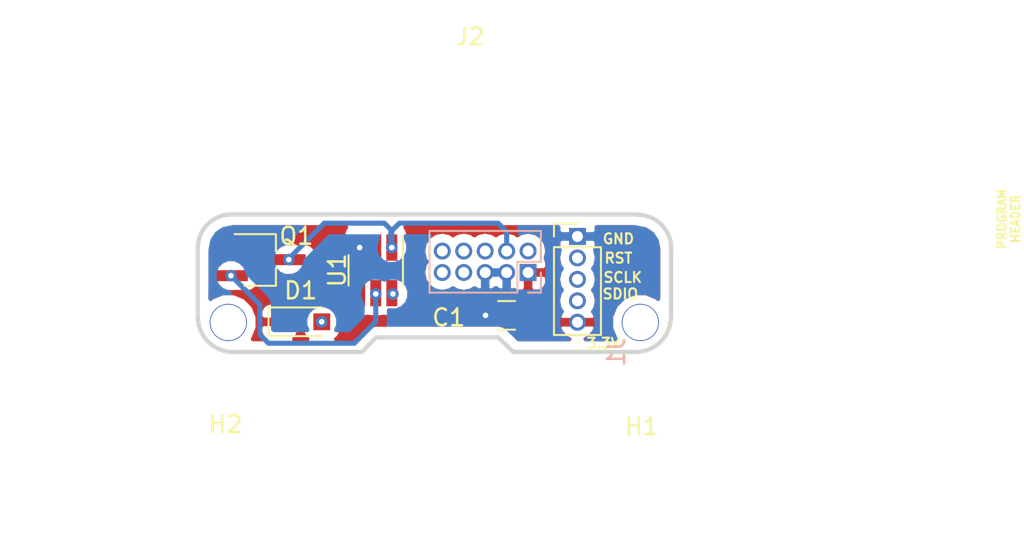
<source format=kicad_pcb>
(kicad_pcb (version 4) (host pcbnew 4.0.5)

  (general
    (links 17)
    (no_connects 0)
    (area 101.180999 80.086199 129.463801 88.493601)
    (thickness 1.6002)
    (drawings 19)
    (tracks 60)
    (zones 0)
    (modules 8)
    (nets 7)
  )

  (page A4)
  (title_block
    (title "PCBPool Template")
    (date "21 December 2014")
    (rev 0.1)
    (company s-light.eu)
  )

  (layers
    (0 F.Cu signal)
    (1 In1.Cu signal)
    (2 In2.Cu signal)
    (31 B.Cu signal)
    (32 B.Adhes user)
    (33 F.Adhes user)
    (34 B.Paste user)
    (35 F.Paste user)
    (36 B.SilkS user)
    (37 F.SilkS user)
    (38 B.Mask user)
    (39 F.Mask user)
    (40 Dwgs.User user)
    (41 Cmts.User user)
    (42 Eco1.User user)
    (43 Eco2.User user)
    (44 Edge.Cuts user)
    (45 Margin user)
    (46 B.CrtYd user)
    (47 F.CrtYd user)
    (48 B.Fab user)
    (49 F.Fab user)
  )

  (setup
    (last_trace_width 0.1524)
    (user_trace_width 0.15)
    (user_trace_width 0.2)
    (user_trace_width 0.254)
    (user_trace_width 0.3)
    (user_trace_width 0.5)
    (user_trace_width 0.75)
    (user_trace_width 1)
    (user_trace_width 2)
    (user_trace_width 0.1524)
    (user_trace_width 0.2)
    (user_trace_width 0.3)
    (user_trace_width 0.4)
    (trace_clearance 0.1524)
    (zone_clearance 0.508)
    (zone_45_only no)
    (trace_min 0.1524)
    (segment_width 0.2)
    (edge_width 0.254)
    (via_size 0.6858)
    (via_drill 0.3302)
    (via_min_size 0.6858)
    (via_min_drill 0.3302)
    (user_via 0.6 0.3)
    (user_via 0.7 0.4)
    (user_via 0.9 0.5)
    (user_via 1 0.6)
    (user_via 1.1 0.7)
    (user_via 1.2 0.8)
    (uvia_size 0.762)
    (uvia_drill 0.508)
    (uvias_allowed no)
    (uvia_min_size 0.508)
    (uvia_min_drill 0.127)
    (pcb_text_width 0.3)
    (pcb_text_size 1.5 1.5)
    (mod_edge_width 0.15)
    (mod_text_size 1 1)
    (mod_text_width 0.15)
    (pad_size 2.2 2.2)
    (pad_drill 2.1)
    (pad_to_mask_clearance 0)
    (solder_mask_min_width 0.1)
    (aux_axis_origin 0 0)
    (grid_origin 50 50)
    (visible_elements 7FFFFFBF)
    (pcbplotparams
      (layerselection 0x010f0_80000007)
      (usegerberextensions true)
      (excludeedgelayer true)
      (linewidth 0.100000)
      (plotframeref false)
      (viasonmask false)
      (mode 1)
      (useauxorigin false)
      (hpglpennumber 1)
      (hpglpenspeed 20)
      (hpglpendiameter 15)
      (hpglpenoverlay 2)
      (psnegative false)
      (psa4output false)
      (plotreference true)
      (plotvalue true)
      (plotinvisibletext false)
      (padsonsilk false)
      (subtractmaskfromsilk false)
      (outputformat 1)
      (mirror false)
      (drillshape 0)
      (scaleselection 1)
      (outputdirectory ""))
  )

  (net 0 "")
  (net 1 RESET)
  (net 2 "SWDIO/+3.3V(REGUL)")
  (net 3 "SWDCLK/+3.3V(BATT)")
  (net 4 "(GND)")
  (net 5 "Net-(Q1-Pad2)")
  (net 6 +3V3)

  (net_class Default "This is the default net class."
    (clearance 0.1524)
    (trace_width 0.1524)
    (via_dia 0.6858)
    (via_drill 0.3302)
    (uvia_dia 0.762)
    (uvia_drill 0.508)
    (add_net "(GND)")
    (add_net +3V3)
    (add_net "Net-(Q1-Pad2)")
    (add_net RESET)
    (add_net "SWDCLK/+3.3V(BATT)")
    (add_net "SWDIO/+3.3V(REGUL)")
  )

  (module Pin_Headers:Pin_Header_Straight_1x05_Pitch1.27mm (layer F.Cu) (tedit 59C82F40) (tstamp 59187350)
    (at 123.787 81.5214)
    (descr "Through hole straight pin header, 1x05, 1.27mm pitch, single row")
    (tags "Through hole pin header THT 1x05 1.27mm single row")
    (path /5918759D)
    (fp_text reference J2 (at -6.35 -11.8364) (layer F.SilkS)
      (effects (font (size 1 1) (thickness 0.15)))
    )
    (fp_text value CONN_01X05 (at -7.366 16.3576) (layer F.Fab)
      (effects (font (size 1 1) (thickness 0.15)))
    )
    (fp_line (start -1.27 -0.635) (end -1.27 5.715) (layer F.Fab) (width 0.1))
    (fp_line (start -1.27 5.715) (end 1.27 5.715) (layer F.Fab) (width 0.1))
    (fp_line (start 1.27 5.715) (end 1.27 -0.635) (layer F.Fab) (width 0.1))
    (fp_line (start 1.27 -0.635) (end -1.27 -0.635) (layer F.Fab) (width 0.1))
    (fp_line (start -1.39 0.635) (end -1.39 5.835) (layer F.SilkS) (width 0.12))
    (fp_line (start -1.39 5.835) (end 1.39 5.835) (layer F.SilkS) (width 0.12))
    (fp_line (start 1.39 5.835) (end 1.39 0.635) (layer F.SilkS) (width 0.12))
    (fp_line (start 1.39 0.635) (end -1.39 0.635) (layer F.SilkS) (width 0.12))
    (fp_line (start -1.39 0) (end -1.39 -0.755) (layer F.SilkS) (width 0.12))
    (fp_line (start -1.39 -0.755) (end 0 -0.755) (layer F.SilkS) (width 0.12))
    (fp_line (start -1.6 -0.9) (end -1.6 6) (layer F.CrtYd) (width 0.05))
    (fp_line (start -1.6 6) (end 1.6 6) (layer F.CrtYd) (width 0.05))
    (fp_line (start 1.6 6) (end 1.6 -0.9) (layer F.CrtYd) (width 0.05))
    (fp_line (start 1.6 -0.9) (end -1.6 -0.9) (layer F.CrtYd) (width 0.05))
    (pad 1 thru_hole rect (at 0 0) (size 1 1) (drill 0.65) (layers *.Cu *.Mask)
      (net 4 "(GND)"))
    (pad 2 thru_hole oval (at 0 1.27) (size 1 1) (drill 0.65) (layers *.Cu *.Mask)
      (net 1 RESET))
    (pad 3 thru_hole oval (at 0 2.54) (size 1 1) (drill 0.65) (layers *.Cu *.Mask)
      (net 3 "SWDCLK/+3.3V(BATT)"))
    (pad 4 thru_hole oval (at 0 3.81) (size 1 1) (drill 0.65) (layers *.Cu *.Mask)
      (net 2 "SWDIO/+3.3V(REGUL)"))
    (pad 5 thru_hole oval (at 0 5.08) (size 1 1) (drill 0.65) (layers *.Cu *.Mask)
      (net 6 +3V3))
    (model Pin_Headers.3dshapes/Pin_Header_Straight_1x05_Pitch1.27mm.wrl
      (at (xyz 0 0 0))
      (scale (xyz 1 1 1))
      (rotate (xyz 0 0 0))
    )
  )

  (module Pin_Headers:Pin_Header_Straight_2x05_Pitch1.27mm (layer B.Cu) (tedit 59C6AE65) (tstamp 59187347)
    (at 120.866 83.655 90)
    (descr "Through hole straight pin header, 2x05, 1.27mm pitch, double rows")
    (tags "Through hole pin header THT 2x05 1.27mm double row")
    (path /59186D7D)
    (fp_text reference J1 (at -4.728533 5.2192 90) (layer B.SilkS)
      (effects (font (size 1 1) (thickness 0.15)) (justify mirror))
    )
    (fp_text value CONN_02X05 (at 2.891467 -9.7668 90) (layer B.Fab)
      (effects (font (size 1 1) (thickness 0.15)) (justify mirror))
    )
    (fp_line (start -1.07 0.635) (end -1.07 -5.715) (layer B.Fab) (width 0.1))
    (fp_line (start -1.07 -5.715) (end 2.34 -5.715) (layer B.Fab) (width 0.1))
    (fp_line (start 2.34 -5.715) (end 2.34 0.635) (layer B.Fab) (width 0.1))
    (fp_line (start 2.34 0.635) (end -1.07 0.635) (layer B.Fab) (width 0.1))
    (fp_line (start -1.19 -0.635) (end -1.19 -5.835) (layer B.SilkS) (width 0.12))
    (fp_line (start -1.19 -5.835) (end 2.46 -5.835) (layer B.SilkS) (width 0.12))
    (fp_line (start 2.46 -5.835) (end 2.46 0.755) (layer B.SilkS) (width 0.12))
    (fp_line (start 2.46 0.755) (end 0.635 0.755) (layer B.SilkS) (width 0.12))
    (fp_line (start 0.635 0.755) (end 0.635 -0.635) (layer B.SilkS) (width 0.12))
    (fp_line (start 0.635 -0.635) (end -1.19 -0.635) (layer B.SilkS) (width 0.12))
    (fp_line (start -1.19 0) (end -1.19 0.755) (layer B.SilkS) (width 0.12))
    (fp_line (start -1.19 0.755) (end 0 0.755) (layer B.SilkS) (width 0.12))
    (fp_line (start -1.4 0.9) (end -1.4 -6) (layer B.CrtYd) (width 0.05))
    (fp_line (start -1.4 -6) (end 2.6 -6) (layer B.CrtYd) (width 0.05))
    (fp_line (start 2.6 -6) (end 2.6 0.9) (layer B.CrtYd) (width 0.05))
    (fp_line (start 2.6 0.9) (end -1.4 0.9) (layer B.CrtYd) (width 0.05))
    (pad 1 thru_hole rect (at 0 0 90) (size 1 1) (drill 0.65) (layers *.Cu *.Mask)
      (net 6 +3V3))
    (pad 2 thru_hole oval (at 1.27 0 90) (size 1 1) (drill 0.65) (layers *.Cu *.Mask)
      (net 2 "SWDIO/+3.3V(REGUL)"))
    (pad 3 thru_hole oval (at 0 -1.27 90) (size 1 1) (drill 0.65) (layers *.Cu *.Mask)
      (net 4 "(GND)"))
    (pad 4 thru_hole oval (at 1.27 -1.27 90) (size 1 1) (drill 0.65) (layers *.Cu *.Mask)
      (net 3 "SWDCLK/+3.3V(BATT)"))
    (pad 5 thru_hole oval (at 0 -2.54 90) (size 1 1) (drill 0.65) (layers *.Cu *.Mask)
      (net 4 "(GND)"))
    (pad 6 thru_hole oval (at 1.27 -2.54 90) (size 1 1) (drill 0.65) (layers *.Cu *.Mask))
    (pad 7 thru_hole oval (at 0 -3.81 90) (size 1 1) (drill 0.65) (layers *.Cu *.Mask))
    (pad 8 thru_hole oval (at 1.27 -3.81 90) (size 1 1) (drill 0.65) (layers *.Cu *.Mask))
    (pad 9 thru_hole oval (at 0 -5.08 90) (size 1 1) (drill 0.65) (layers *.Cu *.Mask))
    (pad 10 thru_hole oval (at 1.27 -5.08 90) (size 1 1) (drill 0.65) (layers *.Cu *.Mask)
      (net 1 RESET))
    (model Pin_Headers.3dshapes/Pin_Header_Straight_2x05_Pitch1.27mm.wrl
      (at (xyz 0 0 0))
      (scale (xyz 1 1 1))
      (rotate (xyz 0 0 0))
    )
  )

  (module Capacitors_SMD:C_0805_HandSoldering (layer F.Cu) (tedit 59C83B4D) (tstamp 59C6B933)
    (at 119.596 86.195)
    (descr "Capacitor SMD 0805, hand soldering")
    (tags "capacitor 0805")
    (path /59C6B7D8)
    (attr smd)
    (fp_text reference C1 (at -3.429 0.127) (layer F.SilkS)
      (effects (font (size 1 1) (thickness 0.15)))
    )
    (fp_text value 10uF (at 10.1346 9.8298) (layer F.Fab)
      (effects (font (size 1 1) (thickness 0.15)))
    )
    (fp_text user %R (at 3.429 12.319) (layer F.Fab)
      (effects (font (size 1 1) (thickness 0.15)))
    )
    (fp_line (start -1 0.62) (end -1 -0.62) (layer F.Fab) (width 0.1))
    (fp_line (start 1 0.62) (end -1 0.62) (layer F.Fab) (width 0.1))
    (fp_line (start 1 -0.62) (end 1 0.62) (layer F.Fab) (width 0.1))
    (fp_line (start -1 -0.62) (end 1 -0.62) (layer F.Fab) (width 0.1))
    (fp_line (start 0.5 -0.85) (end -0.5 -0.85) (layer F.SilkS) (width 0.12))
    (fp_line (start -0.5 0.85) (end 0.5 0.85) (layer F.SilkS) (width 0.12))
    (fp_line (start -2.25 -0.88) (end 2.25 -0.88) (layer F.CrtYd) (width 0.05))
    (fp_line (start -2.25 -0.88) (end -2.25 0.87) (layer F.CrtYd) (width 0.05))
    (fp_line (start 2.25 0.87) (end 2.25 -0.88) (layer F.CrtYd) (width 0.05))
    (fp_line (start 2.25 0.87) (end -2.25 0.87) (layer F.CrtYd) (width 0.05))
    (pad 1 smd rect (at -1.25 0) (size 1.5 1.25) (layers F.Cu F.Paste F.Mask)
      (net 4 "(GND)"))
    (pad 2 smd rect (at 1.25 0) (size 1.5 1.25) (layers F.Cu F.Paste F.Mask)
      (net 6 +3V3))
    (model Capacitors_SMD.3dshapes/C_0805.wrl
      (at (xyz 0 0 0))
      (scale (xyz 1 1 1))
      (rotate (xyz 0 0 0))
    )
  )

  (module Diodes_SMD:D_SOD-323_HandSoldering (layer F.Cu) (tedit 59C81E28) (tstamp 59C6B94A)
    (at 107.404 86.576)
    (descr SOD-323)
    (tags SOD-323)
    (path /59C6B7DA)
    (attr smd)
    (fp_text reference D1 (at 0 -1.85) (layer F.SilkS)
      (effects (font (size 1 1) (thickness 0.15)))
    )
    (fp_text value ZLLS410 (at -14.478 12.2682) (layer F.Fab)
      (effects (font (size 1 1) (thickness 0.15)))
    )
    (fp_line (start -1.9 -0.85) (end -1.9 0.85) (layer F.SilkS) (width 0.12))
    (fp_line (start 0.2 0) (end 0.45 0) (layer F.Fab) (width 0.1))
    (fp_line (start 0.2 0.35) (end -0.3 0) (layer F.Fab) (width 0.1))
    (fp_line (start 0.2 -0.35) (end 0.2 0.35) (layer F.Fab) (width 0.1))
    (fp_line (start -0.3 0) (end 0.2 -0.35) (layer F.Fab) (width 0.1))
    (fp_line (start -0.3 0) (end -0.5 0) (layer F.Fab) (width 0.1))
    (fp_line (start -0.3 -0.35) (end -0.3 0.35) (layer F.Fab) (width 0.1))
    (fp_line (start -0.9 0.7) (end -0.9 -0.7) (layer F.Fab) (width 0.1))
    (fp_line (start 0.9 0.7) (end -0.9 0.7) (layer F.Fab) (width 0.1))
    (fp_line (start 0.9 -0.7) (end 0.9 0.7) (layer F.Fab) (width 0.1))
    (fp_line (start -0.9 -0.7) (end 0.9 -0.7) (layer F.Fab) (width 0.1))
    (fp_line (start -2 -0.95) (end 2 -0.95) (layer F.CrtYd) (width 0.05))
    (fp_line (start 2 -0.95) (end 2 0.95) (layer F.CrtYd) (width 0.05))
    (fp_line (start -2 0.95) (end 2 0.95) (layer F.CrtYd) (width 0.05))
    (fp_line (start -2 -0.95) (end -2 0.95) (layer F.CrtYd) (width 0.05))
    (fp_line (start -1.9 0.85) (end 1.25 0.85) (layer F.SilkS) (width 0.12))
    (fp_line (start -1.9 -0.85) (end 1.25 -0.85) (layer F.SilkS) (width 0.12))
    (pad 1 smd rect (at -1.25 0) (size 1 1) (layers F.Cu F.Paste F.Mask)
      (net 6 +3V3))
    (pad 2 smd rect (at 1.25 0) (size 1 1) (layers F.Cu F.Paste F.Mask)
      (net 2 "SWDIO/+3.3V(REGUL)"))
    (model Diodes_SMD.3dshapes/D_SOD-323.wrl
      (at (xyz 0 0 0))
      (scale (xyz 1 1 1))
      (rotate (xyz 0 0 180))
    )
  )

  (module TO_SOT_Packages_SMD:TSOT-23_HandSoldering (layer F.Cu) (tedit 59C83010) (tstamp 59C6B95E)
    (at 104.991 82.893)
    (descr "5-pin TSOT23 package, http://cds.linear.com/docs/en/packaging/SOT_5_05-08-1635.pdf")
    (tags "TSOT-23 Hand-soldering")
    (path /59C6B7D3)
    (attr smd)
    (fp_text reference Q1 (at 2.159 -1.397) (layer F.SilkS)
      (effects (font (size 1 1) (thickness 0.15)))
    )
    (fp_text value DMP1045U (at 3.429 -12.573) (layer F.Fab)
      (effects (font (size 1 1) (thickness 0.15)))
    )
    (fp_line (start 0.95 0.5) (end 0.95 1.55) (layer F.SilkS) (width 0.12))
    (fp_line (start 0.95 1.55) (end -0.9 1.55) (layer F.SilkS) (width 0.12))
    (fp_line (start 0.95 -1.5) (end 0.95 -0.5) (layer F.SilkS) (width 0.12))
    (fp_line (start 0.93 -1.51) (end -1.5 -1.51) (layer F.SilkS) (width 0.12))
    (fp_line (start -0.88 -1) (end -0.43 -1.45) (layer F.Fab) (width 0.1))
    (fp_line (start 0.88 -1.45) (end -0.43 -1.45) (layer F.Fab) (width 0.1))
    (fp_line (start -0.88 -1) (end -0.88 1.45) (layer F.Fab) (width 0.1))
    (fp_line (start 0.88 1.45) (end -0.88 1.45) (layer F.Fab) (width 0.1))
    (fp_line (start 0.88 -1.45) (end 0.88 1.45) (layer F.Fab) (width 0.1))
    (fp_line (start -2.96 -1.7) (end 2.96 -1.7) (layer F.CrtYd) (width 0.05))
    (fp_line (start -2.96 -1.7) (end -2.96 1.7) (layer F.CrtYd) (width 0.05))
    (fp_line (start 2.96 1.7) (end 2.96 -1.7) (layer F.CrtYd) (width 0.05))
    (fp_line (start 2.96 1.7) (end -2.96 1.7) (layer F.CrtYd) (width 0.05))
    (pad 1 smd rect (at -1.71 -0.95) (size 2 0.65) (layers F.Cu F.Paste F.Mask)
      (net 6 +3V3))
    (pad 2 smd rect (at -1.71 0.95) (size 2 0.65) (layers F.Cu F.Paste F.Mask)
      (net 5 "Net-(Q1-Pad2)"))
    (pad 3 smd rect (at 1.71 0) (size 2 0.65) (layers F.Cu F.Paste F.Mask)
      (net 3 "SWDCLK/+3.3V(BATT)"))
  )

  (module TO_SOT_Packages_SMD:SOT-23-6_Handsoldering (layer F.Cu) (tedit 59C8307F) (tstamp 59C6B973)
    (at 111.849 83.528 270)
    (descr "6-pin SOT-23 package, Handsoldering")
    (tags "SOT-23-6 Handsoldering")
    (path /59C6B7D5)
    (attr smd)
    (fp_text reference U1 (at 0 2.286 270) (layer F.SilkS)
      (effects (font (size 1 1) (thickness 0.15)))
    )
    (fp_text value LTC4412 (at -12.7 -20.193 270) (layer F.Fab)
      (effects (font (size 1 1) (thickness 0.15)))
    )
    (fp_line (start -0.9 1.61) (end 0.9 1.61) (layer F.SilkS) (width 0.12))
    (fp_line (start 0.9 -1.61) (end -2.05 -1.61) (layer F.SilkS) (width 0.12))
    (fp_line (start -2.4 1.8) (end -2.4 -1.8) (layer F.CrtYd) (width 0.05))
    (fp_line (start 2.4 1.8) (end -2.4 1.8) (layer F.CrtYd) (width 0.05))
    (fp_line (start 2.4 -1.8) (end 2.4 1.8) (layer F.CrtYd) (width 0.05))
    (fp_line (start -2.4 -1.8) (end 2.4 -1.8) (layer F.CrtYd) (width 0.05))
    (fp_line (start -0.9 -0.9) (end -0.25 -1.55) (layer F.Fab) (width 0.1))
    (fp_line (start 0.9 -1.55) (end -0.25 -1.55) (layer F.Fab) (width 0.1))
    (fp_line (start -0.9 -0.9) (end -0.9 1.55) (layer F.Fab) (width 0.1))
    (fp_line (start 0.9 1.55) (end -0.9 1.55) (layer F.Fab) (width 0.1))
    (fp_line (start 0.9 -1.55) (end 0.9 1.55) (layer F.Fab) (width 0.1))
    (pad 1 smd rect (at -1.35 -0.95 270) (size 1.56 0.65) (layers F.Cu F.Paste F.Mask)
      (net 3 "SWDCLK/+3.3V(BATT)"))
    (pad 2 smd rect (at -1.35 0 270) (size 1.56 0.65) (layers F.Cu F.Paste F.Mask)
      (net 4 "(GND)"))
    (pad 3 smd rect (at -1.35 0.95 270) (size 1.56 0.65) (layers F.Cu F.Paste F.Mask)
      (net 4 "(GND)"))
    (pad 4 smd rect (at 1.35 0.95 270) (size 1.56 0.65) (layers F.Cu F.Paste F.Mask))
    (pad 6 smd rect (at 1.35 -0.95 270) (size 1.56 0.65) (layers F.Cu F.Paste F.Mask)
      (net 2 "SWDIO/+3.3V(REGUL)"))
    (pad 5 smd rect (at 1.35 0 270) (size 1.56 0.65) (layers F.Cu F.Paste F.Mask)
      (net 5 "Net-(Q1-Pad2)"))
    (model TO_SOT_Packages_SMD.3dshapes/SOT-23-6.wrl
      (at (xyz 0 0 0))
      (scale (xyz 1 1 1))
      (rotate (xyz 0 0 0))
    )
  )

  (module my-fp-library:MH2.1mm (layer F.Cu) (tedit 59C83E92) (tstamp 59C83E2E)
    (at 127.597 86.576)
    (path /59C82B2C)
    (fp_text reference H1 (at 0 6.2) (layer F.SilkS)
      (effects (font (size 1 1) (thickness 0.15)))
    )
    (fp_text value MH2mm (at 11.811 -16.256) (layer F.Fab)
      (effects (font (size 1 1) (thickness 0.15)))
    )
    (pad 1 thru_hole circle (at -0.089 0.038) (size 2.2 2.2) (drill 2.1) (layers *.Cu *.Mask))
  )

  (module my-fp-library:MH2.1mm (layer F.Cu) (tedit 59C83E8F) (tstamp 59C83E32)
    (at 102.959 86.449)
    (path /59C82B4C)
    (fp_text reference H2 (at 0 6.2) (layer F.SilkS)
      (effects (font (size 1 1) (thickness 0.15)))
    )
    (fp_text value MH2mm (at -5.588 -16.002) (layer F.Fab)
      (effects (font (size 1 1) (thickness 0.15)))
    )
    (pad 1 thru_hole circle (at 0.165 0.165) (size 2.2 2.2) (drill 2.1) (layers *.Cu *.Mask))
  )

  (gr_line (start 129.3242 86.322) (end 129.2988 86.322) (angle 90) (layer Edge.Cuts) (width 0.254))
  (gr_line (start 129.3242 82.2072) (end 129.3242 86.322) (angle 90) (layer Edge.Cuts) (width 0.254))
  (gr_line (start 101.308 82.1564) (end 101.308 86.322) (angle 90) (layer Edge.Cuts) (width 0.254))
  (gr_text "PROGRAM\nHEADER" (at 149.314 80.48 90) (layer F.SilkS)
    (effects (font (size 0.5 0.5) (thickness 0.125)))
  )
  (gr_arc (start 103.4034 86.2838) (end 103.378 88.3666) (angle 89.30130562) (layer Edge.Cuts) (width 0.254))
  (gr_arc (start 127.25654 86.30158) (end 129.3114 86.31936) (angle 88.09506312) (layer Edge.Cuts) (width 0.254))
  (gr_arc (start 127.3556 82.2198) (end 127.3556 80.2386) (angle 90) (layer Edge.Cuts) (width 0.254))
  (gr_arc (start 103.3018 82.1944) (end 101.3206 82.1944) (angle 90) (layer Edge.Cuts) (width 0.254))
  (gr_line (start 120.015 88.3666) (end 127.30734 88.3666) (angle 90) (layer Edge.Cuts) (width 0.254))
  (gr_line (start 119.1006 87.503) (end 119.9896 88.356) (angle 90) (layer Edge.Cuts) (width 0.254))
  (gr_line (start 111.887 87.503) (end 119.1006 87.503) (angle 90) (layer Edge.Cuts) (width 0.254))
  (gr_line (start 111.0361 88.356) (end 111.8616 87.503) (angle 90) (layer Edge.Cuts) (width 0.254))
  (gr_line (start 103.378 88.3666) (end 111.0234 88.3666) (angle 90) (layer Edge.Cuts) (width 0.254))
  (gr_text 3.3V (at 125.311 87.846) (layer F.SilkS)
    (effects (font (size 0.6 0.6) (thickness 0.125)))
  )
  (gr_text SDIO (at 126.327 84.925) (layer F.SilkS)
    (effects (font (size 0.6 0.6) (thickness 0.125)))
  )
  (gr_text SCLK (at 126.4666 83.947) (layer F.SilkS)
    (effects (font (size 0.6 0.6) (thickness 0.125)))
  )
  (gr_text RST (at 126.2126 82.804) (layer F.SilkS)
    (effects (font (size 0.6 0.6) (thickness 0.125)))
  )
  (gr_text GND (at 126.2126 81.661) (layer F.SilkS)
    (effects (font (size 0.6 0.6) (thickness 0.125)))
  )
  (gr_line (start 103.378 80.2132) (end 127.4064 80.2132) (angle 90) (layer Edge.Cuts) (width 0.254))

  (segment (start 123.787 82.7914) (end 123.5584 82.7914) (width 0.3) (layer In2.Cu) (net 1))
  (segment (start 123.5584 82.7914) (end 121.628 80.861) (width 0.3) (layer In2.Cu) (net 1) (tstamp 59C82E33))
  (segment (start 121.628 80.861) (end 116.294 80.861) (width 0.3) (layer In2.Cu) (net 1) (tstamp 59C82E3C))
  (segment (start 116.294 80.861) (end 115.786 81.369) (width 0.3) (layer In2.Cu) (net 1) (tstamp 59C82E41))
  (segment (start 115.786 81.369) (end 115.786 82.385) (width 0.3) (layer In2.Cu) (net 1) (tstamp 59C82E46))
  (segment (start 123.787 85.3314) (end 113.2714 85.3314) (width 0.3) (layer In2.Cu) (net 2))
  (segment (start 113.2714 85.3314) (end 112.865 84.925) (width 0.3) (layer In2.Cu) (net 2) (tstamp 59C82EE7))
  (segment (start 112.865 84.925) (end 112.865 83.274) (width 0.3) (layer In1.Cu) (net 2))
  (segment (start 120.866 81.496) (end 120.866 82.385) (width 0.3) (layer In1.Cu) (net 2) (tstamp 59C82E01))
  (segment (start 120.231 80.861) (end 120.866 81.496) (width 0.3) (layer In1.Cu) (net 2) (tstamp 59C82DFE))
  (segment (start 114.389 80.861) (end 120.231 80.861) (width 0.3) (layer In1.Cu) (net 2) (tstamp 59C82DFA))
  (segment (start 113.881 81.369) (end 114.389 80.861) (width 0.3) (layer In1.Cu) (net 2) (tstamp 59C82DF8))
  (segment (start 113.881 82.258) (end 113.881 81.369) (width 0.3) (layer In1.Cu) (net 2) (tstamp 59C82DF4))
  (segment (start 112.865 83.274) (end 113.881 82.258) (width 0.3) (layer In1.Cu) (net 2) (tstamp 59C82DE9))
  (via (at 108.654 86.576) (size 0.6858) (drill 0.3302) (layers F.Cu B.Cu) (net 2))
  (segment (start 112.818 84.878) (end 112.865 84.925) (width 0.3) (layer F.Cu) (net 2) (tstamp 59C82DDA))
  (via (at 112.865 84.925) (size 0.6858) (drill 0.3302) (layers F.Cu B.Cu) (net 2))
  (segment (start 112.865 85.687) (end 112.865 84.925) (width 0.3) (layer In1.Cu) (net 2) (tstamp 59C82DCC))
  (segment (start 112.103 86.449) (end 112.865 85.687) (width 0.3) (layer In1.Cu) (net 2) (tstamp 59C82DCA))
  (segment (start 108.801 86.449) (end 112.103 86.449) (width 0.3) (layer In1.Cu) (net 2) (tstamp 59C82DC4))
  (segment (start 108.674 86.576) (end 108.801 86.449) (width 0.3) (layer In1.Cu) (net 2) (tstamp 59C82DC3))
  (segment (start 108.674 86.576) (end 108.654 86.576) (width 0.3) (layer In1.Cu) (net 2) (tstamp 59C82DC2))
  (segment (start 112.818 84.878) (end 112.799 84.878) (width 0.3) (layer F.Cu) (net 2) (tstamp 59C82DDB))
  (segment (start 119.596 82.385) (end 119.596 81.877) (width 0.3) (layer In2.Cu) (net 3))
  (segment (start 122.9234 84.0614) (end 123.787 84.0614) (width 0.3) (layer In2.Cu) (net 3) (tstamp 59C82F14))
  (segment (start 122.517 83.655) (end 122.9234 84.0614) (width 0.3) (layer In2.Cu) (net 3) (tstamp 59C82F12))
  (segment (start 122.517 82.639) (end 122.517 83.655) (width 0.3) (layer In2.Cu) (net 3) (tstamp 59C82F10))
  (segment (start 121.374 81.496) (end 122.517 82.639) (width 0.3) (layer In2.Cu) (net 3) (tstamp 59C82F09))
  (segment (start 119.977 81.496) (end 121.374 81.496) (width 0.3) (layer In2.Cu) (net 3) (tstamp 59C82F05))
  (segment (start 119.596 81.877) (end 119.977 81.496) (width 0.3) (layer In2.Cu) (net 3) (tstamp 59C82EFB))
  (segment (start 112.799 82.178) (end 112.799 81.181) (width 0.3) (layer B.Cu) (net 3))
  (segment (start 112.752 82.131) (end 112.799 82.178) (width 0.3) (layer B.Cu) (net 3) (tstamp 59C82C52))
  (segment (start 112.752 82.131) (end 112.738 82.131) (width 0.3) (layer B.Cu) (net 3) (tstamp 59C82C53))
  (via (at 106.701 82.893) (size 0.6858) (drill 0.3302) (layers F.Cu B.Cu) (net 3))
  (segment (start 112.738 82.131) (end 112.738 81.115) (width 0.3) (layer B.Cu) (net 3) (tstamp 59C82C0E))
  (segment (start 112.357 80.734) (end 112.738 81.115) (width 0.3) (layer B.Cu) (net 3) (tstamp 59C82C0D))
  (segment (start 108.801 80.734) (end 112.357 80.734) (width 0.3) (layer B.Cu) (net 3) (tstamp 59C82BFA))
  (segment (start 106.642 82.893) (end 108.801 80.734) (width 0.3) (layer B.Cu) (net 3) (tstamp 59C82BF9))
  (segment (start 106.701 82.893) (end 106.642 82.893) (width 0.3) (layer B.Cu) (net 3) (tstamp 59C82BF8))
  (via (at 112.799 82.178) (size 0.6858) (drill 0.3302) (layers F.Cu B.Cu) (net 3))
  (segment (start 119.596 81.242) (end 119.596 82.385) (width 0.3) (layer B.Cu) (net 3) (tstamp 59C82CFA))
  (segment (start 119.088 80.734) (end 119.596 81.242) (width 0.3) (layer B.Cu) (net 3) (tstamp 59C82CF6))
  (segment (start 113.246 80.734) (end 119.088 80.734) (width 0.3) (layer B.Cu) (net 3) (tstamp 59C82CF0))
  (segment (start 112.799 81.181) (end 113.246 80.734) (width 0.3) (layer B.Cu) (net 3) (tstamp 59C82CED))
  (segment (start 123.787 84.0614) (end 123.6854 84.0614) (width 0.3) (layer B.Cu) (net 3))
  (segment (start 110.899 82.178) (end 111.849 82.178) (width 0.3) (layer F.Cu) (net 4))
  (via (at 110.899 82.178) (size 0.6858) (drill 0.3302) (layers F.Cu B.Cu) (net 4))
  (segment (start 110.96 82.131) (end 110.946 82.131) (width 0.3) (layer B.Cu) (net 4) (tstamp 59C82BAC))
  (segment (start 110.946 82.131) (end 110.899 82.178) (width 0.3) (layer B.Cu) (net 4) (tstamp 59C82BAB))
  (via (at 118.346 86.195) (size 0.6858) (drill 0.3302) (layers F.Cu B.Cu) (net 4))
  (segment (start 118.346 86.195) (end 118.326 86.195) (width 0.1524) (layer B.Cu) (net 4) (tstamp 59C82B68))
  (via (at 103.281 83.843) (size 0.6858) (drill 0.3302) (layers F.Cu B.Cu) (net 5))
  (segment (start 111.849 84.878) (end 111.849 84.925) (width 0.3) (layer F.Cu) (net 5) (tstamp 59C82CA8))
  (via (at 111.849 84.925) (size 0.6858) (drill 0.3302) (layers F.Cu B.Cu) (net 5))
  (segment (start 111.849 86.576) (end 111.849 84.925) (width 0.3) (layer B.Cu) (net 5) (tstamp 59C82CA1))
  (segment (start 110.579 87.846) (end 111.849 86.576) (width 0.3) (layer B.Cu) (net 5) (tstamp 59C82C9B))
  (segment (start 105.499 87.846) (end 110.579 87.846) (width 0.3) (layer B.Cu) (net 5) (tstamp 59C82C95))
  (segment (start 104.991 87.338) (end 105.499 87.846) (width 0.3) (layer B.Cu) (net 5) (tstamp 59C82C92))
  (segment (start 104.991 85.553) (end 104.991 87.338) (width 0.3) (layer B.Cu) (net 5) (tstamp 59C82C8B))
  (segment (start 104.991 85.553) (end 103.281 83.843) (width 0.3) (layer B.Cu) (net 5) (tstamp 59C82C8A))

  (zone (net 4) (net_name "(GND)") (layer B.Cu) (tstamp 59C81F89) (hatch edge 0.508)
    (connect_pads (clearance 0.508))
    (min_thickness 0.254)
    (fill yes (arc_segments 16) (thermal_gap 0.508) (thermal_bridge_width 0.508))
    (polygon
      (pts
        (xy 136.741 72.86) (xy 136.741 73.241) (xy 137.376 73.241) (xy 137.376 95.593) (xy 136.741 95.593)
        (xy 136.741 96.228) (xy 93.815 96.228) (xy 93.815 72.733)
      )
    )
    (filled_polygon
      (pts
        (xy 103.378 80.9752) (xy 107.449642 80.9752) (xy 106.509909 81.914933) (xy 106.507337 81.914931) (xy 106.147788 82.063493)
        (xy 105.87246 82.338341) (xy 105.72327 82.69763) (xy 105.722931 83.086663) (xy 105.871493 83.446212) (xy 106.146341 83.72154)
        (xy 106.50563 83.87073) (xy 106.894663 83.871069) (xy 107.254212 83.722507) (xy 107.52954 83.447659) (xy 107.67873 83.08837)
        (xy 107.678836 82.966322) (xy 109.126158 81.519) (xy 111.953 81.519) (xy 111.953 81.665389) (xy 111.82127 81.98263)
        (xy 111.820931 82.371663) (xy 111.969493 82.731212) (xy 112.244341 83.00654) (xy 112.60363 83.15573) (xy 112.992663 83.156069)
        (xy 113.352212 83.007507) (xy 113.62754 82.732659) (xy 113.77673 82.37337) (xy 113.777069 81.984337) (xy 113.628507 81.624788)
        (xy 113.584 81.580203) (xy 113.584 81.519) (xy 115.045091 81.519) (xy 114.983434 81.560198) (xy 114.737397 81.928418)
        (xy 114.651 82.362764) (xy 114.651 82.407236) (xy 114.737397 82.841582) (xy 114.856612 83.02) (xy 114.737397 83.198418)
        (xy 114.651 83.632764) (xy 114.651 83.677236) (xy 114.737397 84.111582) (xy 114.983434 84.479802) (xy 115.351654 84.725839)
        (xy 115.786 84.812236) (xy 116.220346 84.725839) (xy 116.421 84.591766) (xy 116.621654 84.725839) (xy 117.056 84.812236)
        (xy 117.490346 84.725839) (xy 117.700304 84.585549) (xy 117.765791 84.642127) (xy 118.024126 84.749119) (xy 118.199 84.622954)
        (xy 118.199 83.782) (xy 118.453 83.782) (xy 118.453 84.622954) (xy 118.627874 84.749119) (xy 118.886209 84.642127)
        (xy 118.961 84.577511) (xy 119.035791 84.642127) (xy 119.294126 84.749119) (xy 119.469 84.622954) (xy 119.469 83.782)
        (xy 118.453 83.782) (xy 118.199 83.782) (xy 118.179 83.782) (xy 118.179 83.737564) (xy 118.191 83.677236)
        (xy 118.191 83.632764) (xy 118.179 83.572436) (xy 118.179 83.528) (xy 118.199 83.528) (xy 118.199 83.516974)
        (xy 118.326 83.542236) (xy 118.453 83.516974) (xy 118.453 83.528) (xy 119.469 83.528) (xy 119.469 83.516974)
        (xy 119.596 83.542236) (xy 119.71856 83.517857) (xy 119.71856 84.155) (xy 119.723 84.178597) (xy 119.723 84.622954)
        (xy 119.897874 84.749119) (xy 120.030398 84.694233) (xy 120.11411 84.751431) (xy 120.366 84.80244) (xy 121.366 84.80244)
        (xy 121.601317 84.758162) (xy 121.817441 84.61909) (xy 121.962431 84.40689) (xy 122.01344 84.155) (xy 122.01344 83.155)
        (xy 121.969162 82.919683) (xy 121.915619 82.836475) (xy 122.001 82.407236) (xy 122.001 82.362764) (xy 121.914603 81.928418)
        (xy 121.668566 81.560198) (xy 121.300346 81.314161) (xy 120.866 81.227764) (xy 120.431654 81.314161) (xy 120.381 81.348007)
        (xy 120.381 81.242) (xy 120.32793 80.9752) (xy 122.652 80.9752) (xy 122.652 81.23565) (xy 122.81075 81.3944)
        (xy 123.66 81.3944) (xy 123.66 81.3744) (xy 123.914 81.3744) (xy 123.914 81.3944) (xy 124.76325 81.3944)
        (xy 124.922 81.23565) (xy 124.922 80.9752) (xy 127.180969 80.9752) (xy 127.206941 80.985958) (xy 127.816454 81.107198)
        (xy 128.207149 81.368251) (xy 128.468202 81.758946) (xy 128.5622 82.231505) (xy 128.5622 85.214237) (xy 128.492082 85.143996)
        (xy 127.854627 84.879301) (xy 127.164401 84.878699) (xy 126.526485 85.142281) (xy 126.037996 85.629918) (xy 125.773301 86.267373)
        (xy 125.772699 86.957599) (xy 126.036281 87.595515) (xy 126.04535 87.6046) (xy 124.311532 87.6046) (xy 124.611802 87.403966)
        (xy 124.857839 87.035746) (xy 124.944236 86.6014) (xy 124.857839 86.167054) (xy 124.723766 85.9664) (xy 124.857839 85.765746)
        (xy 124.944236 85.3314) (xy 124.857839 84.897054) (xy 124.723766 84.6964) (xy 124.857839 84.495746) (xy 124.944236 84.0614)
        (xy 124.857839 83.627054) (xy 124.723766 83.4264) (xy 124.857839 83.225746) (xy 124.944236 82.7914) (xy 124.857839 82.357054)
        (xy 124.843917 82.336218) (xy 124.922 82.14771) (xy 124.922 81.80715) (xy 124.76325 81.6484) (xy 123.914 81.6484)
        (xy 123.914 81.6684) (xy 123.869564 81.6684) (xy 123.809236 81.6564) (xy 123.764764 81.6564) (xy 123.704436 81.6684)
        (xy 123.66 81.6684) (xy 123.66 81.6484) (xy 122.81075 81.6484) (xy 122.652 81.80715) (xy 122.652 82.14771)
        (xy 122.730083 82.336218) (xy 122.716161 82.357054) (xy 122.629764 82.7914) (xy 122.716161 83.225746) (xy 122.850234 83.4264)
        (xy 122.716161 83.627054) (xy 122.629764 84.0614) (xy 122.716161 84.495746) (xy 122.850234 84.6964) (xy 122.716161 84.897054)
        (xy 122.629764 85.3314) (xy 122.716161 85.765746) (xy 122.850234 85.9664) (xy 122.716161 86.167054) (xy 122.629764 86.6014)
        (xy 122.716161 87.035746) (xy 122.962198 87.403966) (xy 123.262468 87.6046) (xy 120.307094 87.6046) (xy 119.628168 86.953167)
        (xy 119.509374 86.877294) (xy 119.392205 86.799004) (xy 119.384349 86.797441) (xy 119.377597 86.793129) (xy 119.23883 86.768496)
        (xy 119.1006 86.741) (xy 112.601179 86.741) (xy 112.634 86.576) (xy 112.634 85.887935) (xy 112.66963 85.90273)
        (xy 113.058663 85.903069) (xy 113.418212 85.754507) (xy 113.69354 85.479659) (xy 113.84273 85.12037) (xy 113.843069 84.731337)
        (xy 113.694507 84.371788) (xy 113.419659 84.09646) (xy 113.06037 83.94727) (xy 112.671337 83.946931) (xy 112.35667 84.076948)
        (xy 112.04437 83.94727) (xy 111.655337 83.946931) (xy 111.295788 84.095493) (xy 111.02046 84.370341) (xy 110.87127 84.72963)
        (xy 110.870931 85.118663) (xy 111.019493 85.478212) (xy 111.064 85.522797) (xy 111.064 86.250842) (xy 110.253842 87.061)
        (xy 109.511465 87.061) (xy 109.63173 86.77137) (xy 109.632069 86.382337) (xy 109.483507 86.022788) (xy 109.208659 85.74746)
        (xy 108.84937 85.59827) (xy 108.460337 85.597931) (xy 108.100788 85.746493) (xy 107.82546 86.021341) (xy 107.67627 86.38063)
        (xy 107.675931 86.769663) (xy 107.796308 87.061) (xy 105.824157 87.061) (xy 105.776 87.012842) (xy 105.776 85.553)
        (xy 105.716245 85.252594) (xy 105.716245 85.252593) (xy 105.546079 84.997921) (xy 104.259015 83.710857) (xy 104.259069 83.649337)
        (xy 104.110507 83.289788) (xy 103.835659 83.01446) (xy 103.47637 82.86527) (xy 103.087337 82.864931) (xy 102.727788 83.013493)
        (xy 102.45246 83.288341) (xy 102.30327 83.64763) (xy 102.302931 84.036663) (xy 102.451493 84.396212) (xy 102.726341 84.67154)
        (xy 103.08563 84.82073) (xy 103.148627 84.820785) (xy 103.206913 84.879071) (xy 102.780401 84.878699) (xy 102.142485 85.142281)
        (xy 102.07 85.21464) (xy 102.07 82.332793) (xy 102.189198 81.733546) (xy 102.450251 81.342851) (xy 102.840946 81.081798)
        (xy 103.377425 80.975086)
      )
    )
  )
  (zone (net 6) (net_name +3V3) (layer F.Cu) (tstamp 59C8217C) (hatch edge 0.508)
    (connect_pads (clearance 0.508))
    (min_thickness 0.254)
    (fill yes (arc_segments 16) (thermal_gap 0.508) (thermal_bridge_width 0.508))
    (polygon
      (pts
        (xy 98.006 77.305) (xy 132.931 77.305) (xy 132.931 92.037) (xy 98.006 92.037)
      )
    )
    (filled_polygon
      (pts
        (xy 103.378 80.9752) (xy 110.094347 80.9752) (xy 109.977569 81.14611) (xy 109.92656 81.398) (xy 109.92656 81.96989)
        (xy 109.92127 81.98263) (xy 109.920931 82.371663) (xy 109.92656 82.385286) (xy 109.92656 82.958) (xy 109.970838 83.193317)
        (xy 110.10991 83.409441) (xy 110.285232 83.529233) (xy 110.122559 83.63391) (xy 109.977569 83.84611) (xy 109.92656 84.098)
        (xy 109.92656 85.658) (xy 109.970838 85.893317) (xy 110.10991 86.109441) (xy 110.32211 86.254431) (xy 110.574 86.30544)
        (xy 111.224 86.30544) (xy 111.379507 86.276179) (xy 111.524 86.30544) (xy 112.174 86.30544) (xy 112.329507 86.276179)
        (xy 112.474 86.30544) (xy 113.124 86.30544) (xy 113.359317 86.261162) (xy 113.575441 86.12209) (xy 113.720431 85.90989)
        (xy 113.77144 85.658) (xy 113.77144 85.292055) (xy 113.84273 85.12037) (xy 113.843069 84.731337) (xy 113.77144 84.557981)
        (xy 113.77144 84.098) (xy 113.727162 83.862683) (xy 113.58809 83.646559) (xy 113.412768 83.526767) (xy 113.575441 83.42209)
        (xy 113.720431 83.20989) (xy 113.77144 82.958) (xy 113.77144 82.38611) (xy 113.77673 82.37337) (xy 113.776739 82.362764)
        (xy 114.651 82.362764) (xy 114.651 82.407236) (xy 114.737397 82.841582) (xy 114.856612 83.02) (xy 114.737397 83.198418)
        (xy 114.651 83.632764) (xy 114.651 83.677236) (xy 114.737397 84.111582) (xy 114.983434 84.479802) (xy 115.351654 84.725839)
        (xy 115.786 84.812236) (xy 116.220346 84.725839) (xy 116.421 84.591766) (xy 116.621654 84.725839) (xy 117.056 84.812236)
        (xy 117.490346 84.725839) (xy 117.691 84.591766) (xy 117.891654 84.725839) (xy 118.326 84.812236) (xy 118.760346 84.725839)
        (xy 118.961 84.591766) (xy 119.161654 84.725839) (xy 119.596 84.812236) (xy 120.030346 84.725839) (xy 120.051182 84.711917)
        (xy 120.23969 84.79) (xy 120.58025 84.79) (xy 120.739 84.63125) (xy 120.739 83.782) (xy 120.993 83.782)
        (xy 120.993 84.63125) (xy 121.15175 84.79) (xy 121.49231 84.79) (xy 121.725699 84.693327) (xy 121.904327 84.514698)
        (xy 122.001 84.281309) (xy 122.001 83.94075) (xy 121.84225 83.782) (xy 120.993 83.782) (xy 120.739 83.782)
        (xy 120.719 83.782) (xy 120.719 83.737564) (xy 120.731 83.677236) (xy 120.731 83.632764) (xy 120.719 83.572436)
        (xy 120.719 83.528) (xy 120.739 83.528) (xy 120.739 83.516974) (xy 120.866 83.542236) (xy 120.993 83.516974)
        (xy 120.993 83.528) (xy 121.84225 83.528) (xy 122.001 83.36925) (xy 122.001 83.028691) (xy 121.917488 82.827076)
        (xy 122.001 82.407236) (xy 122.001 82.362764) (xy 121.914603 81.928418) (xy 121.668566 81.560198) (xy 121.300346 81.314161)
        (xy 120.866 81.227764) (xy 120.431654 81.314161) (xy 120.231 81.448234) (xy 120.030346 81.314161) (xy 119.596 81.227764)
        (xy 119.161654 81.314161) (xy 118.961 81.448234) (xy 118.760346 81.314161) (xy 118.326 81.227764) (xy 117.891654 81.314161)
        (xy 117.691 81.448234) (xy 117.490346 81.314161) (xy 117.056 81.227764) (xy 116.621654 81.314161) (xy 116.421 81.448234)
        (xy 116.220346 81.314161) (xy 115.786 81.227764) (xy 115.351654 81.314161) (xy 114.983434 81.560198) (xy 114.737397 81.928418)
        (xy 114.651 82.362764) (xy 113.776739 82.362764) (xy 113.777069 81.984337) (xy 113.77144 81.970714) (xy 113.77144 81.398)
        (xy 113.727162 81.162683) (xy 113.60652 80.9752) (xy 122.648916 80.9752) (xy 122.63956 81.0214) (xy 122.63956 82.0214)
        (xy 122.683838 82.256717) (xy 122.732586 82.332473) (xy 122.716161 82.357054) (xy 122.629764 82.7914) (xy 122.716161 83.225746)
        (xy 122.850234 83.4264) (xy 122.716161 83.627054) (xy 122.629764 84.0614) (xy 122.716161 84.495746) (xy 122.850234 84.6964)
        (xy 122.716161 84.897054) (xy 122.629764 85.3314) (xy 122.716161 85.765746) (xy 122.856451 85.975704) (xy 122.799873 86.041191)
        (xy 122.692881 86.299526) (xy 122.819046 86.4744) (xy 123.66 86.4744) (xy 123.66 86.4544) (xy 123.704436 86.4544)
        (xy 123.764764 86.4664) (xy 123.809236 86.4664) (xy 123.869564 86.4544) (xy 123.914 86.4544) (xy 123.914 86.4744)
        (xy 124.754954 86.4744) (xy 124.881119 86.299526) (xy 124.774127 86.041191) (xy 124.717549 85.975704) (xy 124.857839 85.765746)
        (xy 124.944236 85.3314) (xy 124.857839 84.897054) (xy 124.723766 84.6964) (xy 124.857839 84.495746) (xy 124.944236 84.0614)
        (xy 124.857839 83.627054) (xy 124.723766 83.4264) (xy 124.857839 83.225746) (xy 124.944236 82.7914) (xy 124.857839 82.357054)
        (xy 124.842195 82.333641) (xy 124.883431 82.27329) (xy 124.93444 82.0214) (xy 124.93444 81.0214) (xy 124.925747 80.9752)
        (xy 127.180969 80.9752) (xy 127.206941 80.985958) (xy 127.816454 81.107198) (xy 128.207149 81.368251) (xy 128.468202 81.758946)
        (xy 128.5622 82.231505) (xy 128.5622 85.214237) (xy 128.492082 85.143996) (xy 127.854627 84.879301) (xy 127.164401 84.878699)
        (xy 126.526485 85.142281) (xy 126.037996 85.629918) (xy 125.773301 86.267373) (xy 125.772699 86.957599) (xy 126.036281 87.595515)
        (xy 126.04535 87.6046) (xy 124.269876 87.6046) (xy 124.484604 87.496723) (xy 124.774127 87.161609) (xy 124.881119 86.903274)
        (xy 124.754954 86.7284) (xy 123.914 86.7284) (xy 123.914 86.7484) (xy 123.66 86.7484) (xy 123.66 86.7284)
        (xy 122.819046 86.7284) (xy 122.692881 86.903274) (xy 122.799873 87.161609) (xy 123.089396 87.496723) (xy 123.304124 87.6046)
        (xy 120.307094 87.6046) (xy 120.15118 87.455) (xy 120.56025 87.455) (xy 120.719 87.29625) (xy 120.719 86.322)
        (xy 120.973 86.322) (xy 120.973 87.29625) (xy 121.13175 87.455) (xy 121.722309 87.455) (xy 121.955698 87.358327)
        (xy 122.134327 87.179699) (xy 122.231 86.94631) (xy 122.231 86.48075) (xy 122.07225 86.322) (xy 120.973 86.322)
        (xy 120.719 86.322) (xy 120.699 86.322) (xy 120.699 86.068) (xy 120.719 86.068) (xy 120.719 85.09375)
        (xy 120.973 85.09375) (xy 120.973 86.068) (xy 122.07225 86.068) (xy 122.231 85.90925) (xy 122.231 85.44369)
        (xy 122.134327 85.210301) (xy 121.955698 85.031673) (xy 121.722309 84.935) (xy 121.13175 84.935) (xy 120.973 85.09375)
        (xy 120.719 85.09375) (xy 120.56025 84.935) (xy 119.969691 84.935) (xy 119.736302 85.031673) (xy 119.595064 85.17291)
        (xy 119.56009 85.118559) (xy 119.34789 84.973569) (xy 119.096 84.92256) (xy 117.596 84.92256) (xy 117.360683 84.966838)
        (xy 117.144559 85.10591) (xy 116.999569 85.31811) (xy 116.94856 85.57) (xy 116.94856 86.741) (xy 111.887 86.741)
        (xy 111.868633 86.744654) (xy 111.849117 86.741103) (xy 111.558502 86.803875) (xy 111.31403 86.973084) (xy 110.702874 87.6046)
        (xy 109.50519 87.6046) (xy 109.605441 87.54009) (xy 109.750431 87.32789) (xy 109.80144 87.076) (xy 109.80144 86.076)
        (xy 109.757162 85.840683) (xy 109.61809 85.624559) (xy 109.40589 85.479569) (xy 109.154 85.42856) (xy 108.154 85.42856)
        (xy 107.918683 85.472838) (xy 107.702559 85.61191) (xy 107.557569 85.82411) (xy 107.50656 86.076) (xy 107.50656 87.076)
        (xy 107.550838 87.311317) (xy 107.68991 87.527441) (xy 107.802836 87.6046) (xy 107.023425 87.6046) (xy 107.192327 87.435699)
        (xy 107.289 87.20231) (xy 107.289 86.86175) (xy 107.13025 86.703) (xy 106.281 86.703) (xy 106.281 86.723)
        (xy 106.027 86.723) (xy 106.027 86.703) (xy 105.17775 86.703) (xy 105.019 86.86175) (xy 105.019 87.20231)
        (xy 105.115673 87.435699) (xy 105.284575 87.6046) (xy 104.587475 87.6046) (xy 104.594004 87.598082) (xy 104.858699 86.960627)
        (xy 104.859301 86.270401) (xy 104.726786 85.94969) (xy 105.019 85.94969) (xy 105.019 86.29025) (xy 105.17775 86.449)
        (xy 106.027 86.449) (xy 106.027 85.59975) (xy 106.281 85.59975) (xy 106.281 86.449) (xy 107.13025 86.449)
        (xy 107.289 86.29025) (xy 107.289 85.94969) (xy 107.192327 85.716301) (xy 107.013698 85.537673) (xy 106.780309 85.441)
        (xy 106.43975 85.441) (xy 106.281 85.59975) (xy 106.027 85.59975) (xy 105.86825 85.441) (xy 105.527691 85.441)
        (xy 105.294302 85.537673) (xy 105.115673 85.716301) (xy 105.019 85.94969) (xy 104.726786 85.94969) (xy 104.595719 85.632485)
        (xy 104.108082 85.143996) (xy 103.470627 84.879301) (xy 102.780401 84.878699) (xy 102.142485 85.142281) (xy 102.07 85.21464)
        (xy 102.07 84.772711) (xy 102.281 84.81544) (xy 103.07289 84.81544) (xy 103.08563 84.82073) (xy 103.474663 84.821069)
        (xy 103.488286 84.81544) (xy 104.281 84.81544) (xy 104.516317 84.771162) (xy 104.732441 84.63209) (xy 104.877431 84.41989)
        (xy 104.92844 84.168) (xy 104.92844 83.518) (xy 104.884162 83.282683) (xy 104.74509 83.066559) (xy 104.53289 82.921569)
        (xy 104.418435 82.898391) (xy 104.640698 82.806327) (xy 104.819327 82.627699) (xy 104.844055 82.568) (xy 105.05356 82.568)
        (xy 105.05356 83.218) (xy 105.097838 83.453317) (xy 105.23691 83.669441) (xy 105.44911 83.814431) (xy 105.701 83.86544)
        (xy 106.49289 83.86544) (xy 106.50563 83.87073) (xy 106.894663 83.871069) (xy 106.908286 83.86544) (xy 107.701 83.86544)
        (xy 107.936317 83.821162) (xy 108.152441 83.68209) (xy 108.297431 83.46989) (xy 108.34844 83.218) (xy 108.34844 82.568)
        (xy 108.304162 82.332683) (xy 108.16509 82.116559) (xy 107.95289 81.971569) (xy 107.701 81.92056) (xy 106.90911 81.92056)
        (xy 106.89637 81.91527) (xy 106.507337 81.914931) (xy 106.493714 81.92056) (xy 105.701 81.92056) (xy 105.465683 81.964838)
        (xy 105.249559 82.10391) (xy 105.104569 82.31611) (xy 105.05356 82.568) (xy 104.844055 82.568) (xy 104.916 82.39431)
        (xy 104.916 82.22875) (xy 104.75725 82.07) (xy 103.408 82.07) (xy 103.408 82.09) (xy 103.154 82.09)
        (xy 103.154 82.07) (xy 103.134 82.07) (xy 103.134 81.816) (xy 103.154 81.816) (xy 103.154 81.796)
        (xy 103.408 81.796) (xy 103.408 81.816) (xy 104.75725 81.816) (xy 104.916 81.65725) (xy 104.916 81.49169)
        (xy 104.819327 81.258301) (xy 104.640698 81.079673) (xy 104.407309 80.983) (xy 103.56675 80.983) (xy 103.408002 81.141748)
        (xy 103.408002 80.983) (xy 103.337639 80.983) (xy 103.377425 80.975086)
      )
    )
  )
)

</source>
